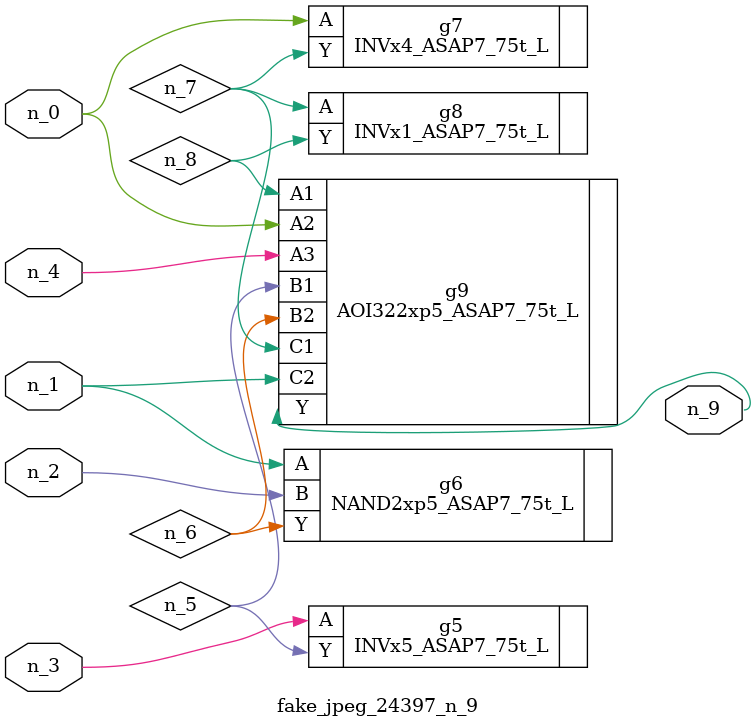
<source format=v>
module fake_jpeg_24397_n_9 (n_3, n_2, n_1, n_0, n_4, n_9);

input n_3;
input n_2;
input n_1;
input n_0;
input n_4;

output n_9;

wire n_8;
wire n_6;
wire n_5;
wire n_7;

INVx5_ASAP7_75t_L g5 ( 
.A(n_3),
.Y(n_5)
);

NAND2xp5_ASAP7_75t_L g6 ( 
.A(n_1),
.B(n_2),
.Y(n_6)
);

INVx4_ASAP7_75t_L g7 ( 
.A(n_0),
.Y(n_7)
);

INVx1_ASAP7_75t_L g8 ( 
.A(n_7),
.Y(n_8)
);

AOI322xp5_ASAP7_75t_L g9 ( 
.A1(n_8),
.A2(n_0),
.A3(n_4),
.B1(n_5),
.B2(n_6),
.C1(n_7),
.C2(n_1),
.Y(n_9)
);


endmodule
</source>
